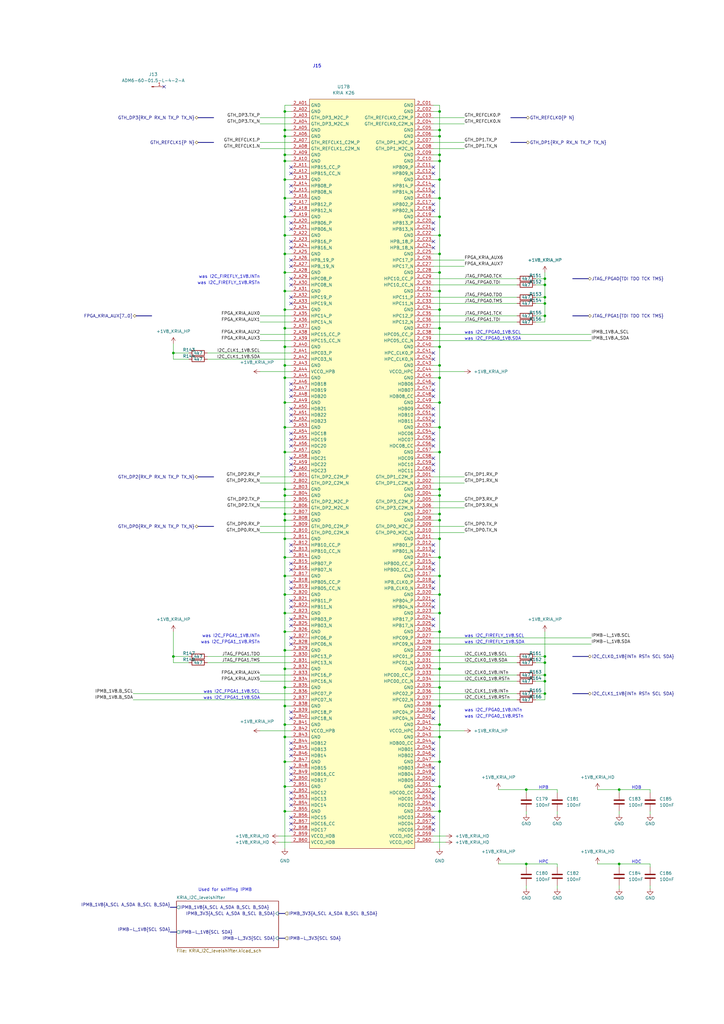
<source format=kicad_sch>
(kicad_sch (version 20211123) (generator eeschema)
  (paper "A3" portrait)
  (title_block (title "ATCA Template") (date "2023-01-05") (rev "1.0") (company "Karlsruhe Institute of Technology (KIT)") (comment 1 "Carsten Schmerbeck") (comment 2 "Luis Ardila") (comment 4 "Licensed under CERN-OHL-P v2"))
  (junction (at 116.84 96.52))
  (junction (at 180.34 119.38))
  (junction (at 116.84 274.32))
  (junction (at 180.34 312.42))
  (junction (at 180.34 236.22))
  (junction (at 180.34 274.32))
  (junction (at 180.34 111.76))
  (junction (at 180.34 66.04))
  (junction (at 223.52 269.24))
  (junction (at 223.52 124.46))
  (junction (at 116.84 210.82))
  (junction (at 180.34 322.58))
  (junction (at 180.34 149.86))
  (junction (at 116.84 259.08))
  (junction (at 116.84 73.66))
  (junction (at 180.34 175.26))
  (junction (at 223.52 121.92))
  (junction (at 180.34 302.26))
  (junction (at 180.34 228.6))
  (junction (at 116.84 200.66))
  (junction (at 116.84 53.34))
  (junction (at 223.52 284.48))
  (junction (at 180.34 104.14))
  (junction (at 116.84 104.14))
  (junction (at 116.84 165.1))
  (junction (at 223.52 276.86))
  (junction (at 223.52 116.84))
  (junction (at 116.84 175.26))
  (junction (at 180.34 220.98))
  (junction (at 223.52 129.54))
  (junction (at 116.84 243.84))
  (junction (at 71.12 269.24))
  (junction (at 116.84 185.42))
  (junction (at 180.34 203.2))
  (junction (at 180.34 45.72))
  (junction (at 116.84 81.28))
  (junction (at 180.34 88.9))
  (junction (at 180.34 289.56))
  (junction (at 116.84 134.62))
  (junction (at 116.84 66.04))
  (junction (at 180.34 165.1))
  (junction (at 71.12 144.78))
  (junction (at 116.84 111.76))
  (junction (at 116.84 302.26))
  (junction (at 180.34 259.08))
  (junction (at 180.34 213.36))
  (junction (at 116.84 45.72))
  (junction (at 116.84 322.58))
  (junction (at 180.34 53.34))
  (junction (at 180.34 96.52))
  (junction (at 116.84 55.88))
  (junction (at 116.84 297.18))
  (junction (at 116.84 154.94))
  (junction (at 180.34 73.66))
  (junction (at 215.9 323.85))
  (junction (at 116.84 266.7))
  (junction (at 223.52 114.3))
  (junction (at 116.84 312.42))
  (junction (at 180.34 251.46))
  (junction (at 180.34 63.5))
  (junction (at 180.34 81.28))
  (junction (at 116.84 332.74))
  (junction (at 180.34 134.62))
  (junction (at 116.84 220.98))
  (junction (at 180.34 127))
  (junction (at 116.84 127))
  (junction (at 116.84 119.38))
  (junction (at 223.52 271.78))
  (junction (at 180.34 281.94))
  (junction (at 223.52 279.4))
  (junction (at 116.84 203.2))
  (junction (at 180.34 297.18))
  (junction (at 116.84 251.46))
  (junction (at 116.84 236.22))
  (junction (at 116.84 213.36))
  (junction (at 116.84 149.86))
  (junction (at 116.84 289.56))
  (junction (at 116.84 228.6))
  (junction (at 180.34 332.74))
  (junction (at 180.34 210.82))
  (junction (at 180.34 55.88))
  (junction (at 116.84 63.5))
  (junction (at 254 354.33))
  (junction (at 116.84 88.9))
  (junction (at 180.34 142.24))
  (junction (at 180.34 243.84))
  (junction (at 180.34 200.66))
  (junction (at 180.34 154.94))
  (junction (at 116.84 142.24))
  (junction (at 180.34 185.42))
  (junction (at 254 323.85))
  (junction (at 116.84 281.94))
  (junction (at 215.9 354.33))
  (junction (at 180.34 266.7))
  (no_connect (at 177.8 335.28))
  (no_connect (at 177.8 337.82))
  (no_connect (at 177.8 340.36))
  (no_connect (at 177.8 325.12))
  (no_connect (at 177.8 327.66))
  (no_connect (at 177.8 330.2))
  (no_connect (at 177.8 304.8))
  (no_connect (at 177.8 307.34))
  (no_connect (at 177.8 309.88))
  (no_connect (at 177.8 314.96))
  (no_connect (at 177.8 317.5))
  (no_connect (at 177.8 320.04))
  (no_connect (at 119.38 157.48))
  (no_connect (at 119.38 160.02))
  (no_connect (at 119.38 162.56))
  (no_connect (at 119.38 167.64))
  (no_connect (at 119.38 170.18))
  (no_connect (at 119.38 172.72))
  (no_connect (at 119.38 177.8))
  (no_connect (at 119.38 180.34))
  (no_connect (at 119.38 182.88))
  (no_connect (at 119.38 93.98))
  (no_connect (at 119.38 91.44))
  (no_connect (at 119.38 76.2))
  (no_connect (at 119.38 78.74))
  (no_connect (at 119.38 83.82))
  (no_connect (at 119.38 86.36))
  (no_connect (at 119.38 99.06))
  (no_connect (at 119.38 101.6))
  (no_connect (at 119.38 106.68))
  (no_connect (at 119.38 68.58))
  (no_connect (at 119.38 71.12))
  (no_connect (at 119.38 109.22))
  (no_connect (at 67.31 35.56))
  (no_connect (at 119.38 337.82))
  (no_connect (at 119.38 340.36))
  (no_connect (at 119.38 325.12))
  (no_connect (at 119.38 327.66))
  (no_connect (at 119.38 330.2))
  (no_connect (at 119.38 335.28))
  (no_connect (at 119.38 304.8))
  (no_connect (at 119.38 307.34))
  (no_connect (at 119.38 309.88))
  (no_connect (at 119.38 314.96))
  (no_connect (at 119.38 317.5))
  (no_connect (at 119.38 320.04))
  (no_connect (at 177.8 76.2))
  (no_connect (at 177.8 78.74))
  (no_connect (at 177.8 83.82))
  (no_connect (at 177.8 99.06))
  (no_connect (at 177.8 101.6))
  (no_connect (at 177.8 68.58))
  (no_connect (at 177.8 71.12))
  (no_connect (at 177.8 86.36))
  (no_connect (at 177.8 91.44))
  (no_connect (at 177.8 93.98))
  (no_connect (at 177.8 157.48))
  (no_connect (at 177.8 160.02))
  (no_connect (at 177.8 167.64))
  (no_connect (at 177.8 170.18))
  (no_connect (at 177.8 177.8))
  (no_connect (at 177.8 180.34))
  (no_connect (at 119.38 187.96))
  (no_connect (at 119.38 190.5))
  (no_connect (at 119.38 193.04))
  (no_connect (at 119.38 223.52))
  (no_connect (at 119.38 226.06))
  (no_connect (at 119.38 231.14))
  (no_connect (at 119.38 233.68))
  (no_connect (at 119.38 238.76))
  (no_connect (at 119.38 241.3))
  (no_connect (at 119.38 246.38))
  (no_connect (at 119.38 248.92))
  (no_connect (at 119.38 254))
  (no_connect (at 119.38 256.54))
  (no_connect (at 177.8 292.1))
  (no_connect (at 177.8 294.64))
  (no_connect (at 119.38 261.62))
  (no_connect (at 119.38 264.16))
  (no_connect (at 177.8 144.78))
  (no_connect (at 177.8 147.32))
  (no_connect (at 177.8 162.56))
  (no_connect (at 177.8 231.14))
  (no_connect (at 177.8 233.68))
  (no_connect (at 177.8 187.96))
  (no_connect (at 177.8 190.5))
  (no_connect (at 177.8 193.04))
  (no_connect (at 177.8 182.88))
  (no_connect (at 177.8 172.72))
  (no_connect (at 177.8 223.52))
  (no_connect (at 177.8 226.06))
  (no_connect (at 177.8 238.76))
  (no_connect (at 177.8 241.3))
  (no_connect (at 177.8 246.38))
  (no_connect (at 177.8 248.92))
  (no_connect (at 177.8 254))
  (no_connect (at 177.8 256.54))
  (no_connect (at 119.38 292.1))
  (no_connect (at 119.38 294.64))
  (no_connect (at 119.38 114.3))
  (no_connect (at 119.38 116.84))
  (no_connect (at 119.38 121.92))
  (no_connect (at 119.38 124.46))
  (wire (pts (xy 180.34 228.6) (xy 180.34 236.22)))
  (wire (pts (xy 116.84 96.52) (xy 119.38 96.52)))
  (wire (pts (xy 215.9 323.85) (xy 228.6 323.85)))
  (wire (pts (xy 180.34 127) (xy 177.8 127)))
  (wire (pts (xy 71.12 144.78) (xy 71.12 147.32)))
  (wire (pts (xy 180.34 243.84) (xy 180.34 251.46)))
  (wire (pts (xy 219.71 129.54) (xy 223.52 129.54)))
  (wire (pts (xy 254 363.22) (xy 254 364.49)))
  (wire (pts (xy 119.38 144.78) (xy 85.09 144.78)))
  (bus (pts (xy 234.95 284.48) (xy 241.3 284.48)))
  (wire (pts (xy 116.84 43.18) (xy 116.84 45.72)))
  (wire (pts (xy 180.34 154.94) (xy 177.8 154.94)))
  (wire (pts (xy 266.7 354.33) (xy 266.7 355.6)))
  (wire (pts (xy 180.34 236.22) (xy 177.8 236.22)))
  (wire (pts (xy 180.34 88.9) (xy 180.34 96.52)))
  (wire (pts (xy 219.71 287.02) (xy 223.52 287.02)))
  (wire (pts (xy 223.52 284.48) (xy 223.52 287.02)))
  (wire (pts (xy 180.34 43.18) (xy 177.8 43.18)))
  (wire (pts (xy 180.34 104.14) (xy 180.34 111.76)))
  (wire (pts (xy 116.84 289.56) (xy 119.38 289.56)))
  (wire (pts (xy 177.8 116.84) (xy 212.09 116.84)))
  (wire (pts (xy 119.38 147.32) (xy 85.09 147.32)))
  (wire (pts (xy 106.68 139.7) (xy 119.38 139.7)))
  (wire (pts (xy 116.84 200.66) (xy 119.38 200.66)))
  (wire (pts (xy 116.84 63.5) (xy 119.38 63.5)))
  (wire (pts (xy 119.38 58.42) (xy 106.68 58.42)))
  (wire (pts (xy 190.5 215.9) (xy 177.8 215.9)))
  (bus (pts (xy 69.85 372.11) (xy 72.39 372.11)))
  (wire (pts (xy 116.84 185.42) (xy 116.84 200.66)))
  (wire (pts (xy 190.5 205.74) (xy 177.8 205.74)))
  (wire (pts (xy 116.84 111.76) (xy 119.38 111.76)))
  (wire (pts (xy 106.68 218.44) (xy 119.38 218.44)))
  (wire (pts (xy 215.9 354.33) (xy 215.9 355.6)))
  (wire (pts (xy 219.71 116.84) (xy 223.52 116.84)))
  (wire (pts (xy 116.84 302.26) (xy 116.84 312.42)))
  (wire (pts (xy 180.34 119.38) (xy 180.34 127)))
  (wire (pts (xy 116.84 142.24) (xy 119.38 142.24)))
  (bus (pts (xy 215.9 58.42) (xy 209.55 58.42)))
  (wire (pts (xy 114.3 345.44) (xy 119.38 345.44)))
  (wire (pts (xy 119.38 60.96) (xy 106.68 60.96)))
  (wire (pts (xy 116.84 266.7) (xy 116.84 274.32)))
  (wire (pts (xy 116.84 251.46) (xy 119.38 251.46)))
  (wire (pts (xy 177.8 287.02) (xy 212.09 287.02)))
  (wire (pts (xy 116.84 63.5) (xy 116.84 66.04)))
  (wire (pts (xy 180.34 66.04) (xy 177.8 66.04)))
  (wire (pts (xy 116.84 142.24) (xy 116.84 149.86)))
  (wire (pts (xy 180.34 175.26) (xy 180.34 185.42)))
  (wire (pts (xy 180.34 63.5) (xy 177.8 63.5)))
  (wire (pts (xy 116.84 45.72) (xy 116.84 53.34)))
  (wire (pts (xy 119.38 271.78) (xy 85.09 271.78)))
  (wire (pts (xy 116.84 203.2) (xy 116.84 210.82)))
  (wire (pts (xy 180.34 251.46) (xy 177.8 251.46)))
  (wire (pts (xy 116.84 297.18) (xy 119.38 297.18)))
  (wire (pts (xy 180.34 259.08) (xy 177.8 259.08)))
  (wire (pts (xy 116.84 228.6) (xy 119.38 228.6)))
  (wire (pts (xy 219.71 269.24) (xy 223.52 269.24)))
  (wire (pts (xy 71.12 269.24) (xy 77.47 269.24)))
  (wire (pts (xy 71.12 271.78) (xy 71.12 269.24)))
  (wire (pts (xy 180.34 251.46) (xy 180.34 259.08)))
  (wire (pts (xy 223.52 129.54) (xy 223.52 132.08)))
  (wire (pts (xy 180.34 220.98) (xy 180.34 228.6)))
  (wire (pts (xy 266.7 363.22) (xy 266.7 364.49)))
  (wire (pts (xy 180.34 43.18) (xy 180.34 45.72)))
  (wire (pts (xy 116.84 220.98) (xy 116.84 228.6)))
  (wire (pts (xy 180.34 55.88) (xy 180.34 63.5)))
  (wire (pts (xy 106.68 279.4) (xy 119.38 279.4)))
  (wire (pts (xy 180.34 297.18) (xy 177.8 297.18)))
  (bus (pts (xy 234.95 114.3) (xy 241.3 114.3)))
  (wire (pts (xy 116.84 55.88) (xy 116.84 63.5)))
  (wire (pts (xy 116.84 243.84) (xy 119.38 243.84)))
  (wire (pts (xy 190.5 109.22) (xy 177.8 109.22)))
  (wire (pts (xy 177.8 114.3) (xy 212.09 114.3)))
  (wire (pts (xy 116.84 165.1) (xy 116.84 175.26)))
  (wire (pts (xy 180.34 281.94) (xy 177.8 281.94)))
  (wire (pts (xy 106.68 195.58) (xy 119.38 195.58)))
  (wire (pts (xy 204.47 354.33) (xy 215.9 354.33)))
  (wire (pts (xy 177.8 60.96) (xy 190.5 60.96)))
  (wire (pts (xy 215.9 354.33) (xy 228.6 354.33)))
  (bus (pts (xy 81.28 215.9) (xy 87.63 215.9)))
  (wire (pts (xy 180.34 111.76) (xy 180.34 119.38)))
  (wire (pts (xy 180.34 45.72) (xy 177.8 45.72)))
  (wire (pts (xy 119.38 269.24) (xy 85.09 269.24)))
  (wire (pts (xy 116.84 66.04) (xy 119.38 66.04)))
  (bus (pts (xy 209.55 48.26) (xy 215.9 48.26)))
  (wire (pts (xy 116.84 302.26) (xy 119.38 302.26)))
  (wire (pts (xy 223.52 121.92) (xy 223.52 124.46)))
  (wire (pts (xy 228.6 363.22) (xy 228.6 364.49)))
  (wire (pts (xy 116.84 43.18) (xy 119.38 43.18)))
  (wire (pts (xy 116.84 185.42) (xy 119.38 185.42)))
  (wire (pts (xy 180.34 111.76) (xy 177.8 111.76)))
  (wire (pts (xy 116.84 66.04) (xy 116.84 73.66)))
  (wire (pts (xy 180.34 289.56) (xy 177.8 289.56)))
  (wire (pts (xy 116.84 259.08) (xy 116.84 266.7)))
  (wire (pts (xy 180.34 266.7) (xy 177.8 266.7)))
  (wire (pts (xy 180.34 88.9) (xy 177.8 88.9)))
  (wire (pts (xy 116.84 134.62) (xy 116.84 142.24)))
  (wire (pts (xy 116.84 259.08) (xy 119.38 259.08)))
  (wire (pts (xy 228.6 323.85) (xy 228.6 325.12)))
  (wire (pts (xy 177.8 284.48) (xy 212.09 284.48)))
  (wire (pts (xy 180.34 66.04) (xy 180.34 73.66)))
  (wire (pts (xy 223.52 111.76) (xy 223.52 114.3)))
  (wire (pts (xy 180.34 243.84) (xy 177.8 243.84)))
  (wire (pts (xy 254 332.74) (xy 254 334.01)))
  (wire (pts (xy 180.34 332.74) (xy 177.8 332.74)))
  (wire (pts (xy 106.68 50.8) (xy 119.38 50.8)))
  (wire (pts (xy 116.84 127) (xy 119.38 127)))
  (bus (pts (xy 87.63 58.42) (xy 81.28 58.42)))
  (wire (pts (xy 180.34 55.88) (xy 177.8 55.88)))
  (wire (pts (xy 180.34 297.18) (xy 180.34 302.26)))
  (wire (pts (xy 180.34 266.7) (xy 180.34 274.32)))
  (wire (pts (xy 106.68 132.08) (xy 119.38 132.08)))
  (wire (pts (xy 177.8 132.08) (xy 212.09 132.08)))
  (wire (pts (xy 266.7 332.74) (xy 266.7 334.01)))
  (wire (pts (xy 116.84 213.36) (xy 116.84 220.98)))
  (wire (pts (xy 116.84 236.22) (xy 119.38 236.22)))
  (wire (pts (xy 116.84 165.1) (xy 119.38 165.1)))
  (wire (pts (xy 116.84 322.58) (xy 116.84 332.74)))
  (wire (pts (xy 180.34 322.58) (xy 180.34 332.74)))
  (bus (pts (xy 234.95 269.24) (xy 241.3 269.24)))
  (wire (pts (xy 119.38 284.48) (xy 54.61 284.48)))
  (bus (pts (xy 69.85 382.27) (xy 72.39 382.27)))
  (wire (pts (xy 106.68 152.4) (xy 119.38 152.4)))
  (wire (pts (xy 180.34 185.42) (xy 177.8 185.42)))
  (wire (pts (xy 180.34 81.28) (xy 180.34 88.9)))
  (wire (pts (xy 106.68 48.26) (xy 119.38 48.26)))
  (wire (pts (xy 106.68 276.86) (xy 119.38 276.86)))
  (wire (pts (xy 180.34 289.56) (xy 180.34 297.18)))
  (wire (pts (xy 223.52 114.3) (xy 223.52 116.84)))
  (wire (pts (xy 177.8 124.46) (xy 212.09 124.46)))
  (wire (pts (xy 180.34 142.24) (xy 180.34 149.86)))
  (wire (pts (xy 180.34 213.36) (xy 177.8 213.36)))
  (wire (pts (xy 180.34 53.34) (xy 180.34 55.88)))
  (wire (pts (xy 180.34 134.62) (xy 180.34 142.24)))
  (wire (pts (xy 180.34 185.42) (xy 180.34 200.66)))
  (wire (pts (xy 116.84 243.84) (xy 116.84 251.46)))
  (wire (pts (xy 219.71 121.92) (xy 223.52 121.92)))
  (wire (pts (xy 228.6 354.33) (xy 228.6 355.6)))
  (wire (pts (xy 180.34 312.42) (xy 180.34 322.58)))
  (wire (pts (xy 180.34 213.36) (xy 180.34 220.98)))
  (wire (pts (xy 180.34 200.66) (xy 177.8 200.66)))
  (wire (pts (xy 180.34 281.94) (xy 180.34 289.56)))
  (wire (pts (xy 116.84 134.62) (xy 119.38 134.62)))
  (bus (pts (xy 81.28 195.58) (xy 87.63 195.58)))
  (wire (pts (xy 180.34 312.42) (xy 177.8 312.42)))
  (wire (pts (xy 180.34 45.72) (xy 180.34 53.34)))
  (wire (pts (xy 116.84 210.82) (xy 116.84 213.36)))
  (bus (pts (xy 114.3 374.65) (xy 116.84 374.65)))
  (wire (pts (xy 180.34 165.1) (xy 180.34 175.26)))
  (wire (pts (xy 180.34 322.58) (xy 177.8 322.58)))
  (wire (pts (xy 180.34 154.94) (xy 180.34 165.1)))
  (wire (pts (xy 180.34 210.82) (xy 177.8 210.82)))
  (wire (pts (xy 180.34 302.26) (xy 177.8 302.26)))
  (wire (pts (xy 116.84 274.32) (xy 116.84 281.94)))
  (wire (pts (xy 223.52 259.08) (xy 223.52 269.24)))
  (wire (pts (xy 215.9 323.85) (xy 215.9 325.12)))
  (wire (pts (xy 219.71 276.86) (xy 223.52 276.86)))
  (wire (pts (xy 116.84 154.94) (xy 119.38 154.94)))
  (wire (pts (xy 116.84 289.56) (xy 116.84 297.18)))
  (wire (pts (xy 254 354.33) (xy 254 355.6)))
  (wire (pts (xy 180.34 274.32) (xy 180.34 281.94)))
  (wire (pts (xy 116.84 55.88) (xy 119.38 55.88)))
  (wire (pts (xy 177.8 129.54) (xy 212.09 129.54)))
  (bus (pts (xy 114.3 384.81) (xy 116.84 384.81)))
  (wire (pts (xy 116.84 322.58) (xy 119.38 322.58)))
  (wire (pts (xy 223.52 271.78) (xy 223.52 276.86)))
  (wire (pts (xy 180.34 73.66) (xy 180.34 81.28)))
  (wire (pts (xy 116.84 236.22) (xy 116.84 243.84)))
  (wire (pts (xy 116.84 312.42) (xy 119.38 312.42)))
  (wire (pts (xy 180.34 165.1) (xy 177.8 165.1)))
  (wire (pts (xy 116.84 210.82) (xy 119.38 210.82)))
  (wire (pts (xy 180.34 149.86) (xy 180.34 154.94)))
  (wire (pts (xy 223.52 276.86) (xy 223.52 279.4)))
  (wire (pts (xy 177.8 48.26) (xy 190.5 48.26)))
  (wire (pts (xy 177.8 121.92) (xy 212.09 121.92)))
  (wire (pts (xy 116.84 220.98) (xy 119.38 220.98)))
  (wire (pts (xy 180.34 203.2) (xy 177.8 203.2)))
  (wire (pts (xy 190.5 208.28) (xy 177.8 208.28)))
  (wire (pts (xy 116.84 73.66) (xy 116.84 81.28)))
  (wire (pts (xy 177.8 195.58) (xy 190.5 195.58)))
  (wire (pts (xy 116.84 200.66) (xy 116.84 203.2)))
  (wire (pts (xy 116.84 88.9) (xy 119.38 88.9)))
  (wire (pts (xy 116.84 45.72) (xy 119.38 45.72)))
  (wire (pts (xy 245.11 323.85) (xy 254 323.85)))
  (wire (pts (xy 180.34 203.2) (xy 180.34 210.82)))
  (wire (pts (xy 116.84 149.86) (xy 119.38 149.86)))
  (wire (pts (xy 254 323.85) (xy 266.7 323.85)))
  (wire (pts (xy 180.34 81.28) (xy 177.8 81.28)))
  (wire (pts (xy 180.34 259.08) (xy 180.34 266.7)))
  (wire (pts (xy 71.12 144.78) (xy 77.47 144.78)))
  (wire (pts (xy 228.6 332.74) (xy 228.6 334.01)))
  (wire (pts (xy 177.8 139.7) (xy 242.57 139.7)))
  (wire (pts (xy 116.84 281.94) (xy 119.38 281.94)))
  (wire (pts (xy 190.5 218.44) (xy 177.8 218.44)))
  (wire (pts (xy 177.8 58.42) (xy 190.5 58.42)))
  (wire (pts (xy 177.8 279.4) (xy 212.09 279.4)))
  (wire (pts (xy 190.5 106.68) (xy 177.8 106.68)))
  (wire (pts (xy 116.84 96.52) (xy 116.84 104.14)))
  (wire (pts (xy 180.34 127) (xy 180.34 134.62)))
  (wire (pts (xy 116.84 274.32) (xy 119.38 274.32)))
  (wire (pts (xy 71.12 271.78) (xy 77.47 271.78)))
  (wire (pts (xy 180.34 228.6) (xy 177.8 228.6)))
  (wire (pts (xy 116.84 251.46) (xy 116.84 259.08)))
  (wire (pts (xy 71.12 140.97) (xy 71.12 144.78)))
  (wire (pts (xy 223.52 269.24) (xy 223.52 271.78)))
  (wire (pts (xy 116.84 81.28) (xy 119.38 81.28)))
  (wire (pts (xy 245.11 354.33) (xy 254 354.33)))
  (wire (pts (xy 71.12 259.08) (xy 71.12 269.24)))
  (wire (pts (xy 177.8 269.24) (xy 212.09 269.24)))
  (wire (pts (xy 177.8 264.16) (xy 242.57 264.16)))
  (wire (pts (xy 177.8 271.78) (xy 212.09 271.78)))
  (wire (pts (xy 180.34 63.5) (xy 180.34 66.04)))
  (wire (pts (xy 254 354.33) (xy 266.7 354.33)))
  (wire (pts (xy 106.68 215.9) (xy 119.38 215.9)))
  (wire (pts (xy 116.84 175.26) (xy 119.38 175.26)))
  (wire (pts (xy 116.84 53.34) (xy 116.84 55.88)))
  (wire (pts (xy 177.8 261.62) (xy 242.57 261.62)))
  (wire (pts (xy 215.9 332.74) (xy 215.9 334.01)))
  (wire (pts (xy 219.71 124.46) (xy 223.52 124.46)))
  (wire (pts (xy 116.84 266.7) (xy 119.38 266.7)))
  (wire (pts (xy 114.3 342.9) (xy 119.38 342.9)))
  (wire (pts (xy 116.84 81.28) (xy 116.84 88.9)))
  (bus (pts (xy 234.95 129.54) (xy 241.3 129.54)))
  (wire (pts (xy 177.8 345.44) (xy 182.88 345.44)))
  (wire (pts (xy 204.47 323.85) (xy 215.9 323.85)))
  (wire (pts (xy 180.34 175.26) (xy 177.8 175.26)))
  (wire (pts (xy 116.84 53.34) (xy 119.38 53.34)))
  (wire (pts (xy 116.84 127) (xy 116.84 134.62)))
  (wire (pts (xy 106.68 129.54) (xy 119.38 129.54)))
  (wire (pts (xy 116.84 88.9) (xy 116.84 96.52)))
  (wire (pts (xy 116.84 73.66) (xy 119.38 73.66)))
  (wire (pts (xy 106.68 299.72) (xy 119.38 299.72)))
  (wire (pts (xy 219.71 284.48) (xy 223.52 284.48)))
  (wire (pts (xy 116.84 281.94) (xy 116.84 289.56)))
  (wire (pts (xy 180.34 220.98) (xy 177.8 220.98)))
  (wire (pts (xy 180.34 73.66) (xy 177.8 73.66)))
  (wire (pts (xy 71.12 147.32) (xy 77.47 147.32)))
  (wire (pts (xy 223.52 124.46) (xy 223.52 129.54)))
  (wire (pts (xy 106.68 208.28) (xy 119.38 208.28)))
  (wire (pts (xy 177.8 198.12) (xy 190.5 198.12)))
  (wire (pts (xy 177.8 137.16) (xy 242.57 137.16)))
  (wire (pts (xy 219.71 279.4) (xy 223.52 279.4)))
  (wire (pts (xy 180.34 149.86) (xy 177.8 149.86)))
  (wire (pts (xy 219.71 114.3) (xy 223.52 114.3)))
  (wire (pts (xy 119.38 287.02) (xy 54.61 287.02)))
  (wire (pts (xy 180.34 119.38) (xy 177.8 119.38)))
  (wire (pts (xy 180.34 332.74) (xy 180.34 347.98)))
  (wire (pts (xy 116.84 297.18) (xy 116.84 302.26)))
  (wire (pts (xy 219.71 132.08) (xy 223.52 132.08)))
  (wire (pts (xy 116.84 175.26) (xy 116.84 185.42)))
  (wire (pts (xy 116.84 312.42) (xy 116.84 322.58)))
  (wire (pts (xy 180.34 210.82) (xy 180.34 213.36)))
  (wire (pts (xy 180.34 134.62) (xy 177.8 134.62)))
  (wire (pts (xy 180.34 53.34) (xy 177.8 53.34)))
  (wire (pts (xy 116.84 154.94) (xy 116.84 165.1)))
  (wire (pts (xy 215.9 363.22) (xy 215.9 364.49)))
  (wire (pts (xy 116.84 213.36) (xy 119.38 213.36)))
  (wire (pts (xy 180.34 302.26) (xy 180.34 312.42)))
  (wire (pts (xy 180.34 274.32) (xy 177.8 274.32)))
  (wire (pts (xy 106.68 198.12) (xy 119.38 198.12)))
  (wire (pts (xy 116.84 332.74) (xy 119.38 332.74)))
  (wire (pts (xy 106.68 137.16) (xy 119.38 137.16)))
  (wire (pts (xy 116.84 104.14) (xy 119.38 104.14)))
  (wire (pts (xy 180.34 142.24) (xy 177.8 142.24)))
  (wire (pts (xy 116.84 203.2) (xy 119.38 203.2)))
  (wire (pts (xy 177.8 50.8) (xy 190.5 50.8)))
  (wire (pts (xy 116.84 111.76) (xy 116.84 119.38)))
  (wire (pts (xy 116.84 332.74) (xy 116.84 347.98)))
  (wire (pts (xy 116.84 119.38) (xy 116.84 127)))
  (wire (pts (xy 223.52 279.4) (xy 223.52 284.48)))
  (wire (pts (xy 116.84 149.86) (xy 116.84 154.94)))
  (wire (pts (xy 266.7 323.85) (xy 266.7 325.12)))
  (wire (pts (xy 180.34 200.66) (xy 180.34 203.2)))
  (wire (pts (xy 177.8 342.9) (xy 182.88 342.9)))
  (wire (pts (xy 223.52 116.84) (xy 223.52 121.92)))
  (wire (pts (xy 177.8 152.4) (xy 190.5 152.4)))
  (wire (pts (xy 177.8 299.72) (xy 190.5 299.72)))
  (wire (pts (xy 180.34 96.52) (xy 177.8 96.52)))
  (bus (pts (xy 55.88 129.54) (xy 62.23 129.54)))
  (wire (pts (xy 177.8 276.86) (xy 212.09 276.86)))
  (wire (pts (xy 180.34 96.52) (xy 180.34 104.14)))
  (bus (pts (xy 81.28 48.26) (xy 87.63 48.26)))
  (wire (pts (xy 219.71 271.78) (xy 223.52 271.78)))
  (wire (pts (xy 254 323.85) (xy 254 325.12)))
  (wire (pts (xy 116.84 228.6) (xy 116.84 236.22)))
  (wire (pts (xy 106.68 205.74) (xy 119.38 205.74)))
  (wire (pts (xy 180.34 104.14) (xy 177.8 104.14)))
  (wire (pts (xy 116.84 104.14) (xy 116.84 111.76)))
  (wire (pts (xy 180.34 236.22) (xy 180.34 243.84)))
  (wire (pts (xy 116.84 119.38) (xy 119.38 119.38)))
  (text "HDC" (at 259.08 354.33 0) (effects (font (size 1.27 1.27)) (justify left bottom)))
  (text "was I2C_FPGA1_1V8.RSTn" (at 106.68 264.16 180) (effects (font (size 1.27 1.27)) (justify right bottom)))
  (text "was I2C_FPGA0_1V8.SDA" (at 190.5 139.7 0) (effects (font (size 1.27 1.27)) (justify left bottom)))
  (text "was I2C_FPGA1_1V8.SCL" (at 106.68 284.48 180) (effects (font (size 1.27 1.27)) (justify right bottom)))
  (text "was I2C_FPGA1_1V8.SDA" (at 106.68 287.02 180) (effects (font (size 1.27 1.27)) (justify right bottom)))
  (text "was I2C_FIREFLY_1V8.SCL" (at 190.5 261.62 0) (effects (font (size 1.27 1.27)) (justify left bottom)))
  (text "HPC" (at 220.98 354.33 0) (effects (font (size 1.27 1.27)) (justify left bottom)))
  (text "was I2C_FIREFLY_1V8.RSTn" (at 106.68 116.84 180) (effects (font (size 1.27 1.27)) (justify right bottom)))
  (text "J15" (at 128.27 27.94 0) (effects (font (size 1.27 1.27)) (justify left bottom)))
  (text "J15" (at 128.27 27.94 0) (effects (font (size 1.27 1.27)) (justify left bottom)))
  (text "was I2C_FPGA0_1V8.RSTn" (at 190.5 294.64 0) (effects (font (size 1.27 1.27)) (justify left bottom)))
  (text "Used for sniffing IPMB" (at 81.28 365.76 0) (effects (font (size 1.27 1.27)) (justify left bottom)))
  (text "was I2C_FPGA0_1V8.INTn" (at 190.5 292.1 0) (effects (font (size 1.27 1.27)) (justify left bottom)))
  (text "was I2C_FPGA1_1V8.INTn" (at 106.68 261.62 180) (effects (font (size 1.27 1.27)) (justify right bottom)))
  (text "was I2C_FIREFLY_1V8.SDA" (at 190.5 264.16 0) (effects (font (size 1.27 1.27)) (justify left bottom)))
  (text "was I2C_FPGA0_1V8.SCL" (at 190.5 137.16 0) (effects (font (size 1.27 1.27)) (justify left bottom)))
  (text "HDB" (at 259.08 323.85 0) (effects (font (size 1.27 1.27)) (justify left bottom)))
  (text "was I2C_FIREFLY_1V8.INTn" (at 106.68 114.3 180) (effects (font (size 1.27 1.27)) (justify right bottom)))
  (text "HPB" (at 220.98 323.85 0) (effects (font (size 1.27 1.27)) (justify left bottom)))
  (label "JTAG_FPGA1.TMS" (at 106.68 271.78 180))
  (label "FPGA_KRIA_AUX6" (at 190.5 106.68 0))
  (label "GTH_REFCLK0.N" (at 190.5 50.8 0))
  (label "I2C_CLK0_1V8.RSTn" (at 190.5 279.4 0))
  (label "GTH_DP1.TX_N" (at 190.5 60.96 0))
  (label "JTAG_FPGA0.TDI" (at 190.5 116.84 0))
  (label "GTH_DP0.RX_N" (at 106.68 218.44 180))
  (label "GTH_DP1.RX_N" (at 190.5 198.12 0))
  (label "FPGA_KRIA_AUX2" (at 106.68 137.16 180))
  (label "I2C_CLK1_1V8.INTn" (at 190.5 284.48 0))
  (label "GTH_REFCLK0.P" (at 190.5 48.26 0))
  (label "JTAG_FPGA1.TDO" (at 106.68 269.24 180))
  (label "GTH_REFCLK1.N" (at 106.68 60.96 180))
  (label "IPMB_1V8.B_SCL" (at 54.61 284.48 180))
  (label "GTH_DP0.RX_P" (at 106.68 215.9 180))
  (label "FPGA_KRIA_AUX1" (at 106.68 132.08 180))
  (label "IPMB_1V8.A_SDA" (at 242.57 139.7 0))
  (label "FPGA_KRIA_AUX5" (at 106.68 279.4 180))
  (label "I2C_CLK0_1V8.SDA" (at 190.5 271.78 0))
  (label "GTH_DP3.TX_N" (at 106.68 50.8 180))
  (label "JTAG_FPGA0.TCK" (at 190.5 114.3 0))
  (label "GTH_DP3.TX_P" (at 106.68 48.26 180))
  (label "IPMB_1V8.B_SDA" (at 54.61 287.02 180))
  (label "IPMB-L_1V8.SDA" (at 242.57 264.16 0))
  (label "JTAG_FPGA0.TDO" (at 190.5 121.92 0))
  (label "IPMB-L_1V8.SCL" (at 242.57 261.62 0))
  (label "GTH_REFCLK1.P" (at 106.68 58.42 180))
  (label "GTH_DP0.TX_P" (at 190.5 215.9 0))
  (label "IPMB-L_1V8{SCL SDA}" (at 69.85 382.27 180))
  (label "FPGA_KRIA_AUX0" (at 106.68 129.54 180))
  (label "I2C_CLK1_1V8.SDA" (at 106.68 147.32 180))
  (label "GTH_DP2.TX_N" (at 106.68 208.28 180))
  (label "I2C_CLK0_1V8.INTn" (at 190.5 276.86 0))
  (label "GTH_DP3.RX_N" (at 190.5 208.28 0))
  (label "JTAG_FPGA1.TCK" (at 190.5 129.54 0))
  (label "GTH_DP2.RX_N" (at 106.68 198.12 180))
  (label "I2C_CLK1_1V8.RSTn" (at 190.5 287.02 0))
  (label "JTAG_FPGA1.TDI" (at 190.5 132.08 0))
  (label "GTH_DP1.TX_P" (at 190.5 58.42 0))
  (label "GTH_DP2.TX_P" (at 106.68 205.74 180))
  (label "IPMB_1V8{A_SCL A_SDA B_SCL B_SDA}" (at 69.85 372.11 180))
  (label "GTH_DP1.RX_P" (at 190.5 195.58 0))
  (label "JTAG_FPGA0.TMS" (at 190.5 124.46 0))
  (label "I2C_CLK0_1V8.SCL" (at 190.5 269.24 0))
  (label "GTH_DP3.RX_P" (at 190.5 205.74 0))
  (label "FPGA_KRIA_AUX3" (at 106.68 139.7 180))
  (label "IPMB_1V8.A_SCL" (at 242.57 137.16 0))
  (label "GTH_DP0.TX_N" (at 190.5 218.44 0))
  (label "GTH_DP2.RX_P" (at 106.68 195.58 180))
  (label "I2C_CLK1_1V8.SCL" (at 106.68 144.78 180))
  (label "FPGA_KRIA_AUX7" (at 190.5 109.22 0))
  (label "FPGA_KRIA_AUX4" (at 106.68 276.86 180))
  (hierarchical_label "GTH_DP1{RX_P RX_N TX_P TX_N}" (shape bidirectional) (at 215.9 58.42 0))
  (hierarchical_label "I2C_CLK0_1V8{INTn RSTn SCL SDA}" (shape bidirectional) (at 241.3 269.24 0))
  (hierarchical_label "FPGA_KRIA_AUX[7..0]" (shape bidirectional) (at 55.88 129.54 180))
  (hierarchical_label "GTH_DP2{RX_P RX_N TX_P TX_N}" (shape bidirectional) (at 81.28 195.58 180))
  (hierarchical_label "I2C_CLK1_1V8{INTn RSTn SCL SDA}" (shape bidirectional) (at 241.3 284.48 0))
  (hierarchical_label "GTH_REFCLK1{P N}" (shape bidirectional) (at 81.28 58.42 180))
  (hierarchical_label "IPMB-L_3V3{SCL SDA}" (shape input) (at 116.84 384.81 0))
  (hierarchical_label "IPMB_3V3{A_SCL A_SDA B_SCL B_SDA}" (shape input) (at 116.84 374.65 0))
  (hierarchical_label "JTAG_FPGA0{TDI TDO TCK TMS}" (shape bidirectional) (at 241.3 114.3 0))
  (hierarchical_label "GTH_DP3{RX_P RX_N TX_P TX_N}" (shape bidirectional) (at 81.28 48.26 180))
  (hierarchical_label "GTH_DP0{RX_P RX_N TX_P TX_N}" (shape bidirectional) (at 81.28 215.9 180))
  (hierarchical_label "JTAG_FPGA1{TDI TDO TCK TMS}" (shape bidirectional) (at 241.3 129.54 0))
  (hierarchical_label "GTH_REFCLK0{P N}" (shape bidirectional) (at 215.9 48.26 0))
  (symbol (lib_id "Device:R") (at 81.28 269.24 90) (mirror x) (unit 1)
    (property "Reference" "R147" (at 77.5098 267.97 90))
    (property "Value" "4k7" (at 81.3198 269.24 90))
    (property "Footprint" "Resistor_SMD:R_0402_1005Metric" (effects hide))
    (property "digikey#" "A129635CT-ND" (effects hide))
    (property "manf" "TE" (effects hide))
    (property "manf#" "CRGCQ0402F4K7" (effects hide))
    (property "stock" "AVT-IPE" (effects hide))
  )
  (symbol (lib_id "Device:R") (at 215.9 284.48 270) (unit 1)
    (property "Reference" "R165" (at 219.6702 283.21 90))
    (property "Value" "4k7" (at 215.8602 284.48 90))
    (property "Footprint" "Resistor_SMD:R_0402_1005Metric" (effects hide))
    (property "digikey#" "A129635CT-ND" (effects hide))
    (property "manf" "TE" (effects hide))
    (property "manf#" "CRGCQ0402F4K7" (effects hide))
    (property "stock" "AVT-IPE" (effects hide))
  )
  (symbol (lib_id "KIT_Power:+1V8_KRIA_HP") (at 106.68 152.4 90) (unit 1)
    (property "Reference" "#PWR0377" (effects hide))
    (property "Value" "+1V8_KRIA_HP" (at 105.41 148.59 90))
  )
  (symbol (lib_id "Device:C") (at 228.6 359.41 0) (unit 1)
    (property "Reference" "C182" (at 232.41 358.1399 0) (effects (justify left)))
    (property "Value" "100nF" (at 232.41 360.6799 0) (effects (justify left)))
    (property "Footprint" "Capacitor_SMD:C_0402_1005Metric" (effects hide))
    (property "stock" "AVT-IPE" (effects hide))
    (property "voltage" "16 V" (effects hide))
  )
  (symbol (lib_id "KIT_Power:+1V8_KRIA_HP") (at 106.68 299.72 90) (unit 1)
    (property "Reference" "#PWR0378" (effects hide))
    (property "Value" "+1V8_KRIA_HP" (at 105.41 295.91 90))
  )
  (symbol (lib_id "Device:R") (at 81.28 147.32 90) (mirror x) (unit 1)
    (property "Reference" "R144" (at 77.5098 146.05 90))
    (property "Value" "4k7" (at 81.3198 147.32 90))
    (property "Footprint" "Resistor_SMD:R_0402_1005Metric" (effects hide))
    (property "digikey#" "A129635CT-ND" (effects hide))
    (property "manf" "TE" (effects hide))
    (property "manf#" "CRGCQ0402F4K7" (effects hide))
    (property "stock" "AVT-IPE" (effects hide))
  )
  (symbol (lib_id "Device:R") (at 215.9 287.02 270) (unit 1)
    (property "Reference" "R166" (at 219.6702 285.75 90))
    (property "Value" "4k7" (at 215.8602 287.02 90))
    (property "Footprint" "Resistor_SMD:R_0402_1005Metric" (effects hide))
    (property "digikey#" "A129635CT-ND" (effects hide))
    (property "manf" "TE" (effects hide))
    (property "manf#" "CRGCQ0402F4K7" (effects hide))
    (property "stock" "AVT-IPE" (effects hide))
  )
  (symbol (lib_id "KIT_Power:+1V8_KRIA_HD") (at 114.3 342.9 90) (unit 1)
    (property "Reference" "#PWR0374" (effects hide))
    (property "Value" "+1V8_KRIA_HD" (at 110.49 342.8999 90) (effects (justify left)))
  )
  (symbol (lib_id "Connector:Conn_01x01_Male") (at 62.23 35.56 0) (unit 1) (on_board no)
    (property "Reference" "J13" (at 62.865 30.48 0))
    (property "Value" "ADM6-60-01.5-L-4-2-A" (at 62.865 33.02 0))
    (property "Datasheet" "https://suddendocs.samtec.com/prints/adm6-xxx-xx.x-xxx-4-x-x-xr-mkt.pdf?_gl=1*ujmadf*_ga*MTIwMDc2NjU0My4xNjYxODU0NDg4*_ga_3KFNZC07WW*MTY2MTg1NDQ4OC4xLjEuMTY2MTg1NDU5NC42MC4wLjA." (effects hide))
    (property "digikey#" "ADM6-60-01.5-L-4-2-A" (effects hide))
    (property "manf" "Samtec" (effects hide))
    (property "manf#" "ADM6-60-01.5-L-4-2-A-TR" (effects hide))
    (property "mouser#" "200-ADM6-60-1.5-L42A" (effects hide))
    (property "stock" "Luis: 10" (effects hide))
  )
  (symbol (lib_id "Device:R") (at 81.28 144.78 90) (mirror x) (unit 1)
    (property "Reference" "R143" (at 77.5098 143.51 90))
    (property "Value" "4k7" (at 81.3198 144.78 90))
    (property "Footprint" "Resistor_SMD:R_0402_1005Metric" (effects hide))
    (property "digikey#" "A129635CT-ND" (effects hide))
    (property "manf" "TE" (effects hide))
    (property "manf#" "CRGCQ0402F4K7" (effects hide))
    (property "stock" "AVT-IPE" (effects hide))
  )
  (symbol (lib_id "KIT_Power:+1V8_KRIA_HP") (at 71.12 140.97 0) (unit 1)
    (property "Reference" "#PWR0438" (effects hide))
    (property "Value" "+1V8_KRIA_HP" (at 71.12 135.89 0))
  )
  (symbol (lib_id "power:GND") (at 266.7 364.49 0) (unit 1)
    (property "Reference" "#PWR0520" (effects hide))
    (property "Value" "GND" (at 266.7 368.3 0))
  )
  (symbol (lib_id "KIT_Power:+1V8_KRIA_HD") (at 182.88 345.44 270) (unit 1)
    (property "Reference" "#PWR0371" (effects hide))
    (property "Value" "+1V8_KRIA_HD" (at 186.69 345.4399 90) (effects (justify left)))
  )
  (symbol (lib_id "Device:C") (at 254 328.93 0) (unit 1)
    (property "Reference" "C183" (at 257.81 327.6599 0) (effects (justify left)))
    (property "Value" "100nF" (at 257.81 330.1999 0) (effects (justify left)))
    (property "Footprint" "Capacitor_SMD:C_0402_1005Metric" (effects hide))
    (property "stock" "AVT-IPE" (effects hide))
    (property "voltage" "16 V" (effects hide))
  )
  (symbol (lib_id "power:GND") (at 254 334.01 0) (unit 1)
    (property "Reference" "#PWR0517" (effects hide))
    (property "Value" "GND" (at 254 337.82 0))
  )
  (symbol (lib_id "power:GND") (at 215.9 364.49 0) (unit 1)
    (property "Reference" "#PWR0514" (effects hide))
    (property "Value" "GND" (at 215.9 368.3 0))
  )
  (symbol (lib_id "Device:C") (at 215.9 328.93 0) (unit 1)
    (property "Reference" "C179" (at 219.71 327.6599 0) (effects (justify left)))
    (property "Value" "100nF" (at 219.71 330.1999 0) (effects (justify left)))
    (property "Footprint" "Capacitor_SMD:C_0402_1005Metric" (effects hide))
    (property "stock" "AVT-IPE" (effects hide))
    (property "voltage" "16 V" (effects hide))
  )
  (symbol (lib_id "power:GND") (at 228.6 364.49 0) (unit 1)
    (property "Reference" "#PWR0516" (effects hide))
    (property "Value" "GND" (at 228.6 368.3 0))
  )
  (symbol (lib_id "Device:C") (at 266.7 359.41 0) (unit 1)
    (property "Reference" "C186" (at 270.51 358.1399 0) (effects (justify left)))
    (property "Value" "100nF" (at 270.51 360.6799 0) (effects (justify left)))
    (property "Footprint" "Capacitor_SMD:C_0402_1005Metric" (effects hide))
    (property "stock" "AVT-IPE" (effects hide))
    (property "voltage" "16 V" (effects hide))
  )
  (symbol (lib_id "KIT_Power:+1V8_KRIA_HP") (at 204.47 323.85 0) (unit 1)
    (property "Reference" "#PWR0868" (effects hide))
    (property "Value" "+1V8_KRIA_HP" (at 204.47 318.77 0))
  )
  (symbol (lib_id "Device:R") (at 215.9 271.78 270) (unit 1)
    (property "Reference" "R162" (at 219.6702 270.51 90))
    (property "Value" "4k7" (at 215.8602 271.78 90))
    (property "Footprint" "Resistor_SMD:R_0402_1005Metric" (effects hide))
    (property "digikey#" "A129635CT-ND" (effects hide))
    (property "manf" "TE" (effects hide))
    (property "manf#" "CRGCQ0402F4K7" (effects hide))
    (property "stock" "AVT-IPE" (effects hide))
  )
  (symbol (lib_id "KIT_Power:+1V8_KRIA_HP") (at 71.12 259.08 0) (unit 1)
    (property "Reference" "#PWR0447" (effects hide))
    (property "Value" "+1V8_KRIA_HP" (at 71.12 254 0))
  )
  (symbol (lib_id "Device:C") (at 266.7 328.93 0) (unit 1)
    (property "Reference" "C185" (at 270.51 327.6599 0) (effects (justify left)))
    (property "Value" "100nF" (at 270.51 330.1999 0) (effects (justify left)))
    (property "Footprint" "Capacitor_SMD:C_0402_1005Metric" (effects hide))
    (property "stock" "AVT-IPE" (effects hide))
    (property "voltage" "16 V" (effects hide))
  )
  (symbol (lib_id "KIT_Power:+1V8_KRIA_HD") (at 114.3 345.44 90) (unit 1)
    (property "Reference" "#PWR0373" (effects hide))
    (property "Value" "+1V8_KRIA_HD" (at 110.49 345.4399 90) (effects (justify left)))
  )
  (symbol (lib_id "power:GND") (at 228.6 334.01 0) (unit 1)
    (property "Reference" "#PWR0515" (effects hide))
    (property "Value" "GND" (at 228.6 337.82 0))
  )
  (symbol (lib_id "power:GND") (at 254 364.49 0) (unit 1)
    (property "Reference" "#PWR0518" (effects hide))
    (property "Value" "GND" (at 254 368.3 0))
  )
  (symbol (lib_id "Device:R") (at 81.28 271.78 90) (mirror x) (unit 1)
    (property "Reference" "R148" (at 77.5098 270.51 90))
    (property "Value" "4k7" (at 81.3198 271.78 90))
    (property "Footprint" "Resistor_SMD:R_0402_1005Metric" (effects hide))
    (property "digikey#" "A129635CT-ND" (effects hide))
    (property "manf" "TE" (effects hide))
    (property "manf#" "CRGCQ0402F4K7" (effects hide))
    (property "stock" "AVT-IPE" (effects hide))
  )
  (symbol (lib_id "Device:R") (at 215.9 116.84 270) (unit 1)
    (property "Reference" "R152" (at 219.6702 115.57 90))
    (property "Value" "4k7" (at 215.8602 116.84 90))
    (property "Footprint" "Resistor_SMD:R_0402_1005Metric" (effects hide))
    (property "digikey#" "A129635CT-ND" (effects hide))
    (property "manf" "TE" (effects hide))
    (property "manf#" "CRGCQ0402F4K7" (effects hide))
    (property "stock" "AVT-IPE" (effects hide))
  )
  (symbol (lib_id "power:GND") (at 266.7 334.01 0) (unit 1)
    (property "Reference" "#PWR0519" (effects hide))
    (property "Value" "GND" (at 266.7 337.82 0))
  )
  (symbol (lib_id "Device:R") (at 215.9 114.3 270) (unit 1)
    (property "Reference" "R151" (at 219.6702 113.03 90))
    (property "Value" "4k7" (at 215.8602 114.3 90))
    (property "Footprint" "Resistor_SMD:R_0402_1005Metric" (effects hide))
    (property "digikey#" "A129635CT-ND" (effects hide))
    (property "manf" "TE" (effects hide))
    (property "manf#" "CRGCQ0402F4K7" (effects hide))
    (property "stock" "AVT-IPE" (effects hide))
  )
  (symbol (lib_id "Device:C") (at 254 359.41 0) (unit 1)
    (property "Reference" "C184" (at 257.81 358.1399 0) (effects (justify left)))
    (property "Value" "100nF" (at 257.81 360.6799 0) (effects (justify left)))
    (property "Footprint" "Capacitor_SMD:C_0402_1005Metric" (effects hide))
    (property "stock" "AVT-IPE" (effects hide))
    (property "voltage" "16 V" (effects hide))
  )
  (symbol (lib_id "KIT_Power:+1V8_KRIA_HP") (at 223.52 111.76 0) (unit 1)
    (property "Reference" "#PWR0448" (effects hide))
    (property "Value" "+1V8_KRIA_HP" (at 223.52 106.68 0))
  )
  (symbol (lib_id "Device:C") (at 215.9 359.41 0) (unit 1)
    (property "Reference" "C180" (at 219.71 358.1399 0) (effects (justify left)))
    (property "Value" "100nF" (at 219.71 360.6799 0) (effects (justify left)))
    (property "Footprint" "Capacitor_SMD:C_0402_1005Metric" (effects hide))
    (property "stock" "AVT-IPE" (effects hide))
    (property "voltage" "16 V" (effects hide))
  )
  (symbol (lib_id "Device:R") (at 215.9 129.54 270) (unit 1)
    (property "Reference" "R155" (at 219.6702 128.27 90))
    (property "Value" "4k7" (at 215.8602 129.54 90))
    (property "Footprint" "Resistor_SMD:R_0402_1005Metric" (effects hide))
    (property "digikey#" "A129635CT-ND" (effects hide))
    (property "manf" "TE" (effects hide))
    (property "manf#" "CRGCQ0402F4K7" (effects hide))
    (property "stock" "AVT-IPE" (effects hide))
  )
  (symbol (lib_id "Device:R") (at 215.9 269.24 270) (unit 1)
    (property "Reference" "R161" (at 219.6702 267.97 90))
    (property "Value" "4k7" (at 215.8602 269.24 90))
    (property "Footprint" "Resistor_SMD:R_0402_1005Metric" (effects hide))
    (property "digikey#" "A129635CT-ND" (effects hide))
    (property "manf" "TE" (effects hide))
    (property "manf#" "CRGCQ0402F4K7" (effects hide))
    (property "stock" "AVT-IPE" (effects hide))
  )
  (symbol (lib_id "power:GND") (at 215.9 334.01 0) (unit 1)
    (property "Reference" "#PWR0513" (effects hide))
    (property "Value" "GND" (at 215.9 337.82 0))
  )
  (symbol (lib_id "Device:R") (at 215.9 124.46 270) (unit 1)
    (property "Reference" "R154" (at 219.6702 123.19 90))
    (property "Value" "4k7" (at 215.8602 124.46 90))
    (property "Footprint" "Resistor_SMD:R_0402_1005Metric" (effects hide))
    (property "digikey#" "A129635CT-ND" (effects hide))
    (property "manf" "TE" (effects hide))
    (property "manf#" "CRGCQ0402F4K7" (effects hide))
    (property "stock" "AVT-IPE" (effects hide))
  )
  (symbol (lib_id "KIT_Power:+1V8_KRIA_HP") (at 190.5 152.4 270) (unit 1)
    (property "Reference" "#PWR0376" (effects hide))
    (property "Value" "+1V8_KRIA_HP" (at 194.31 152.3999 90) (effects (justify left)))
  )
  (symbol (lib_id "KIT_Power:+1V8_KRIA_HP") (at 204.47 354.33 0) (unit 1)
    (property "Reference" "#PWR0869" (effects hide))
    (property "Value" "+1V8_KRIA_HP" (at 204.47 349.25 0))
  )
  (symbol (lib_id "KIT_Power:+1V8_KRIA_HP") (at 190.5 299.72 270) (unit 1)
    (property "Reference" "#PWR0375" (effects hide))
    (property "Value" "+1V8_KRIA_HP" (at 194.31 299.7199 90) (effects (justify left)))
  )
  (symbol (lib_id "Device:R") (at 215.9 276.86 270) (unit 1)
    (property "Reference" "R163" (at 219.6702 275.59 90))
    (property "Value" "4k7" (at 215.8602 276.86 90))
    (property "Footprint" "Resistor_SMD:R_0402_1005Metric" (effects hide))
    (property "digikey#" "A129635CT-ND" (effects hide))
    (property "manf" "TE" (effects hide))
    (property "manf#" "CRGCQ0402F4K7" (effects hide))
    (property "stock" "AVT-IPE" (effects hide))
  )
  (symbol (lib_id "Device:R") (at 215.9 132.08 270) (unit 1)
    (property "Reference" "R156" (at 219.6702 130.81 90))
    (property "Value" "4k7" (at 215.8602 132.08 90))
    (property "Footprint" "Resistor_SMD:R_0402_1005Metric" (effects hide))
    (property "digikey#" "A129635CT-ND" (effects hide))
    (property "manf" "TE" (effects hide))
    (property "manf#" "CRGCQ0402F4K7" (effects hide))
    (property "stock" "AVT-IPE" (effects hide))
  )
  (symbol (lib_id "KIT_SoC_Module:KRIA_K26") (at 119.38 43.18 0) (unit 2)
    (property "Reference" "U17" (at 140.97 35.56 0))
    (property "Value" "KRIA K26" (at 140.97 38.1 0))
    (property "Footprint" "KIT_SoC_Module:KRIA K26" (effects hide))
    (property "Datasheet" "https://www.xilinx.com/content/dam/xilinx/support/documents/data_sheets/ds987-k26-som.pdf" (effects hide))
    (property "digikey#" "122-SM-K26-XCL2GC-ED-ND" (effects hide))
    (property "manf" "Xilinx" (effects hide))
    (property "manf#" "K26" (effects hide))
    (property "stock" "Serenity: 5" (effects hide))
  )
  (symbol (lib_id "Device:R") (at 215.9 121.92 270) (unit 1)
    (property "Reference" "R153" (at 219.6702 120.65 90))
    (property "Value" "4k7" (at 215.8602 121.92 90))
    (property "Footprint" "Resistor_SMD:R_0402_1005Metric" (effects hide))
    (property "digikey#" "A129635CT-ND" (effects hide))
    (property "manf" "TE" (effects hide))
    (property "manf#" "CRGCQ0402F4K7" (effects hide))
    (property "stock" "AVT-IPE" (effects hide))
  )
  (symbol (lib_id "power:GND") (at 180.34 347.98 0) (mirror y) (unit 1)
    (property "Reference" "#PWR0334" (effects hide))
    (property "Value" "GND" (at 180.34 353.06 0))
  )
  (symbol (lib_id "KIT_Power:+1V8_KRIA_HP") (at 223.52 259.08 0) (unit 1)
    (property "Reference" "#PWR0440" (effects hide))
    (property "Value" "+1V8_KRIA_HP" (at 223.52 254 0))
  )
  (symbol (lib_id "Device:C") (at 228.6 328.93 0) (unit 1)
    (property "Reference" "C181" (at 232.41 327.6599 0) (effects (justify left)))
    (property "Value" "100nF" (at 232.41 330.1999 0) (effects (justify left)))
    (property "Footprint" "Capacitor_SMD:C_0402_1005Metric" (effects hide))
    (property "stock" "AVT-IPE" (effects hide))
    (property "voltage" "16 V" (effects hide))
  )
  (symbol (lib_id "KIT_Power:+1V8_KRIA_HD") (at 182.88 342.9 270) (unit 1)
    (property "Reference" "#PWR0372" (effects hide))
    (property "Value" "+1V8_KRIA_HD" (at 186.69 342.8999 90) (effects (justify left)))
  )
  (symbol (lib_id "KIT_Power:+1V8_KRIA_HD") (at 245.11 354.33 0) (unit 1)
    (property "Reference" "#PWR0867" (effects hide))
    (property "Value" "+1V8_KRIA_HD" (at 245.11 349.25 0))
  )
  (symbol (lib_id "KIT_Power:+1V8_KRIA_HD") (at 245.11 323.85 0) (unit 1)
    (property "Reference" "#PWR0866" (effects hide))
    (property "Value" "+1V8_KRIA_HD" (at 245.11 318.77 0))
  )
  (symbol (lib_id "Device:R") (at 215.9 279.4 270) (unit 1)
    (property "Reference" "R164" (at 219.6702 278.13 90))
    (property "Value" "4k7" (at 215.8602 279.4 90))
    (property "Footprint" "Resistor_SMD:R_0402_1005Metric" (effects hide))
    (property "digikey#" "A129635CT-ND" (effects hide))
    (property "manf" "TE" (effects hide))
    (property "manf#" "CRGCQ0402F4K7" (effects hide))
    (property "stock" "AVT-IPE" (effects hide))
  )
  (symbol (lib_id "power:GND") (at 116.84 347.98 0) (mirror y) (unit 1)
    (property "Reference" "#PWR0560" (effects hide))
    (property "Value" "GND" (at 116.84 353.06 0))
  )
  (sheet (at 72.39 369.57) (size 41.91 19.05) (stroke (width 0.1524))
    (property "Sheet name" "KRIA_I2C_levelshifter" (at 72.39 368.8584 0) (effects (justify left bottom)))
    (property "Sheet file" "KRIA_I2C_levelshifter.kicad_sch" (at 72.39 389.2046 0) (effects (justify left top)))
    (pin "IPMB_1V8{A_SCL A_SDA B_SCL B_SDA}" output (at 72.39 372.11 180))
    (pin "IPMB_3V3{A_SCL A_SDA B_SCL B_SDA}" input (at 114.3 374.65 0))
    (pin "IPMB-L_3V3{SCL SDA}" input (at 114.3 384.81 0))
    (pin "IPMB-L_1V8{SCL SDA}" output (at 72.39 382.27 180))
  )
)
</source>
